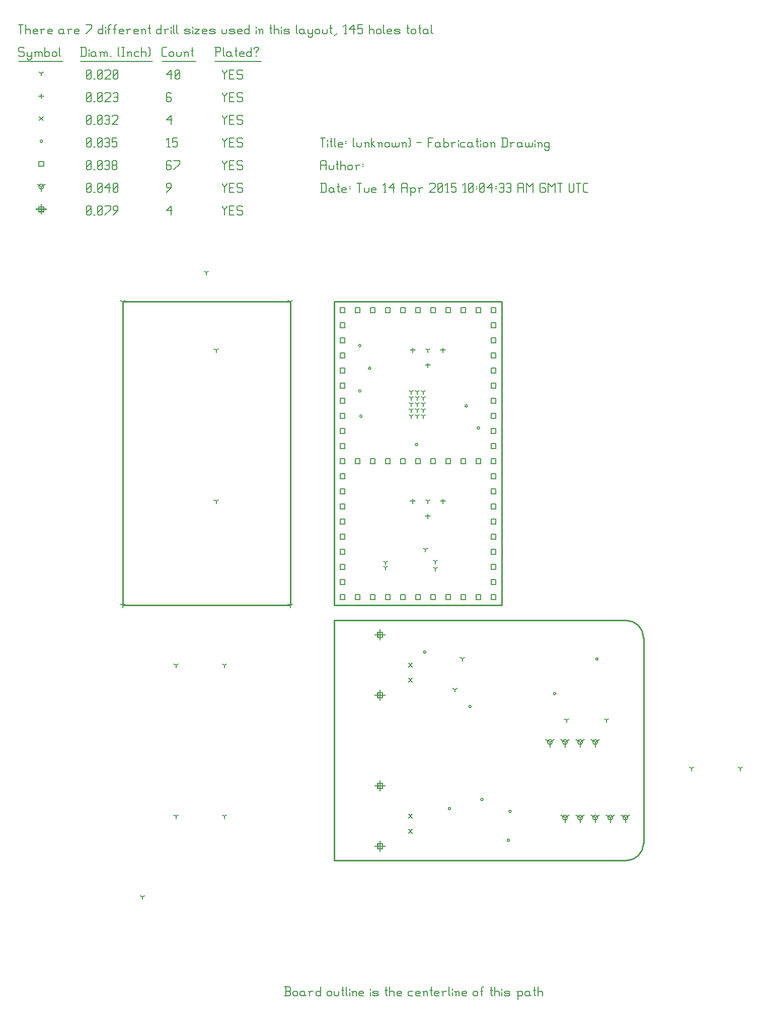
<source format=gbr>
G04 start of page 12 for group -3984 idx -3984 *
G04 Title: (unknown), fab *
G04 Creator: pcb 20140316 *
G04 CreationDate: Tue 14 Apr 2015 10:04:33 AM GMT UTC *
G04 For: fosse *
G04 Format: Gerber/RS-274X *
G04 PCB-Dimensions (mil): 5250.00 5000.00 *
G04 PCB-Coordinate-Origin: lower left *
%MOIN*%
%FSLAX25Y25*%
%LNFAB*%
%ADD96C,0.0100*%
%ADD95C,0.0060*%
%ADD94R,0.0080X0.0080*%
G54D94*X239400Y192700D02*Y186300D01*
X236200Y189500D02*X242600D01*
X237800Y191100D02*X241000D01*
X237800D02*Y187900D01*
X241000D01*
Y191100D02*Y187900D01*
X239400Y232700D02*Y226300D01*
X236200Y229500D02*X242600D01*
X237800Y231100D02*X241000D01*
X237800D02*Y227900D01*
X241000D01*
Y231100D02*Y227900D01*
X239400Y92700D02*Y86300D01*
X236200Y89500D02*X242600D01*
X237800Y91100D02*X241000D01*
X237800D02*Y87900D01*
X241000D01*
Y91100D02*Y87900D01*
X239400Y132700D02*Y126300D01*
X236200Y129500D02*X242600D01*
X237800Y131100D02*X241000D01*
X237800D02*Y127900D01*
X241000D01*
Y131100D02*Y127900D01*
X15000Y514450D02*Y508050D01*
X11800Y511250D02*X18200D01*
X13400Y512850D02*X16600D01*
X13400D02*Y509650D01*
X16600D01*
Y512850D02*Y509650D01*
G54D95*X135000Y513500D02*Y512750D01*
X136500Y511250D01*
X138000Y512750D01*
Y513500D02*Y512750D01*
X136500Y511250D02*Y507500D01*
X139800Y510500D02*X142050D01*
X139800Y507500D02*X142800D01*
X139800Y513500D02*Y507500D01*
Y513500D02*X142800D01*
X147600D02*X148350Y512750D01*
X145350Y513500D02*X147600D01*
X144600Y512750D02*X145350Y513500D01*
X144600Y512750D02*Y511250D01*
X145350Y510500D01*
X147600D01*
X148350Y509750D01*
Y508250D01*
X147600Y507500D02*X148350Y508250D01*
X145350Y507500D02*X147600D01*
X144600Y508250D02*X145350Y507500D01*
X98000Y510500D02*X101000Y513500D01*
X98000Y510500D02*X101750D01*
X101000Y513500D02*Y507500D01*
X45000Y508250D02*X45750Y507500D01*
X45000Y512750D02*Y508250D01*
Y512750D02*X45750Y513500D01*
X47250D01*
X48000Y512750D01*
Y508250D01*
X47250Y507500D02*X48000Y508250D01*
X45750Y507500D02*X47250D01*
X45000Y509000D02*X48000Y512000D01*
X49800Y507500D02*X50550D01*
X52350Y508250D02*X53100Y507500D01*
X52350Y512750D02*Y508250D01*
Y512750D02*X53100Y513500D01*
X54600D01*
X55350Y512750D01*
Y508250D01*
X54600Y507500D02*X55350Y508250D01*
X53100Y507500D02*X54600D01*
X52350Y509000D02*X55350Y512000D01*
X57150Y507500D02*X60900Y511250D01*
Y513500D02*Y511250D01*
X57150Y513500D02*X60900D01*
X62700Y507500D02*X65700Y510500D01*
Y512750D02*Y510500D01*
X64950Y513500D02*X65700Y512750D01*
X63450Y513500D02*X64950D01*
X62700Y512750D02*X63450Y513500D01*
X62700Y512750D02*Y511250D01*
X63450Y510500D01*
X65700D01*
X351900Y158500D02*Y155300D01*
Y158500D02*X354673Y160100D01*
X351900Y158500D02*X349127Y160100D01*
X350300Y158500D02*G75*G03X353500Y158500I1600J0D01*G01*
G75*G03X350300Y158500I-1600J0D01*G01*
X361900D02*Y155300D01*
Y158500D02*X364673Y160100D01*
X361900Y158500D02*X359127Y160100D01*
X360300Y158500D02*G75*G03X363500Y158500I1600J0D01*G01*
G75*G03X360300Y158500I-1600J0D01*G01*
X371900D02*Y155300D01*
Y158500D02*X374673Y160100D01*
X371900Y158500D02*X369127Y160100D01*
X370300Y158500D02*G75*G03X373500Y158500I1600J0D01*G01*
G75*G03X370300Y158500I-1600J0D01*G01*
X381900D02*Y155300D01*
Y158500D02*X384673Y160100D01*
X381900Y158500D02*X379127Y160100D01*
X380300Y158500D02*G75*G03X383500Y158500I1600J0D01*G01*
G75*G03X380300Y158500I-1600J0D01*G01*
X361900Y108500D02*Y105300D01*
Y108500D02*X364673Y110100D01*
X361900Y108500D02*X359127Y110100D01*
X360300Y108500D02*G75*G03X363500Y108500I1600J0D01*G01*
G75*G03X360300Y108500I-1600J0D01*G01*
X371900D02*Y105300D01*
Y108500D02*X374673Y110100D01*
X371900Y108500D02*X369127Y110100D01*
X370300Y108500D02*G75*G03X373500Y108500I1600J0D01*G01*
G75*G03X370300Y108500I-1600J0D01*G01*
X381900D02*Y105300D01*
Y108500D02*X384673Y110100D01*
X381900Y108500D02*X379127Y110100D01*
X380300Y108500D02*G75*G03X383500Y108500I1600J0D01*G01*
G75*G03X380300Y108500I-1600J0D01*G01*
X391900D02*Y105300D01*
Y108500D02*X394673Y110100D01*
X391900Y108500D02*X389127Y110100D01*
X390300Y108500D02*G75*G03X393500Y108500I1600J0D01*G01*
G75*G03X390300Y108500I-1600J0D01*G01*
X401900D02*Y105300D01*
Y108500D02*X404673Y110100D01*
X401900Y108500D02*X399127Y110100D01*
X400300Y108500D02*G75*G03X403500Y108500I1600J0D01*G01*
G75*G03X400300Y108500I-1600J0D01*G01*
X15000Y526250D02*Y523050D01*
Y526250D02*X17773Y527850D01*
X15000Y526250D02*X12227Y527850D01*
X13400Y526250D02*G75*G03X16600Y526250I1600J0D01*G01*
G75*G03X13400Y526250I-1600J0D01*G01*
X135000Y528500D02*Y527750D01*
X136500Y526250D01*
X138000Y527750D01*
Y528500D02*Y527750D01*
X136500Y526250D02*Y522500D01*
X139800Y525500D02*X142050D01*
X139800Y522500D02*X142800D01*
X139800Y528500D02*Y522500D01*
Y528500D02*X142800D01*
X147600D02*X148350Y527750D01*
X145350Y528500D02*X147600D01*
X144600Y527750D02*X145350Y528500D01*
X144600Y527750D02*Y526250D01*
X145350Y525500D01*
X147600D01*
X148350Y524750D01*
Y523250D01*
X147600Y522500D02*X148350Y523250D01*
X145350Y522500D02*X147600D01*
X144600Y523250D02*X145350Y522500D01*
X98000D02*X101000Y525500D01*
Y527750D02*Y525500D01*
X100250Y528500D02*X101000Y527750D01*
X98750Y528500D02*X100250D01*
X98000Y527750D02*X98750Y528500D01*
X98000Y527750D02*Y526250D01*
X98750Y525500D01*
X101000D01*
X45000Y523250D02*X45750Y522500D01*
X45000Y527750D02*Y523250D01*
Y527750D02*X45750Y528500D01*
X47250D01*
X48000Y527750D01*
Y523250D01*
X47250Y522500D02*X48000Y523250D01*
X45750Y522500D02*X47250D01*
X45000Y524000D02*X48000Y527000D01*
X49800Y522500D02*X50550D01*
X52350Y523250D02*X53100Y522500D01*
X52350Y527750D02*Y523250D01*
Y527750D02*X53100Y528500D01*
X54600D01*
X55350Y527750D01*
Y523250D01*
X54600Y522500D02*X55350Y523250D01*
X53100Y522500D02*X54600D01*
X52350Y524000D02*X55350Y527000D01*
X57150Y525500D02*X60150Y528500D01*
X57150Y525500D02*X60900D01*
X60150Y528500D02*Y522500D01*
X62700Y523250D02*X63450Y522500D01*
X62700Y527750D02*Y523250D01*
Y527750D02*X63450Y528500D01*
X64950D01*
X65700Y527750D01*
Y523250D01*
X64950Y522500D02*X65700Y523250D01*
X63450Y522500D02*X64950D01*
X62700Y524000D02*X65700Y527000D01*
X212900Y446100D02*X216100D01*
X212900D02*Y442900D01*
X216100D01*
Y446100D02*Y442900D01*
X212900Y436100D02*X216100D01*
X212900D02*Y432900D01*
X216100D01*
Y436100D02*Y432900D01*
X212900Y426100D02*X216100D01*
X212900D02*Y422900D01*
X216100D01*
Y426100D02*Y422900D01*
X212900Y416100D02*X216100D01*
X212900D02*Y412900D01*
X216100D01*
Y416100D02*Y412900D01*
X212900Y406100D02*X216100D01*
X212900D02*Y402900D01*
X216100D01*
Y406100D02*Y402900D01*
X212900Y396100D02*X216100D01*
X212900D02*Y392900D01*
X216100D01*
Y396100D02*Y392900D01*
X212900Y386100D02*X216100D01*
X212900D02*Y382900D01*
X216100D01*
Y386100D02*Y382900D01*
X212900Y376100D02*X216100D01*
X212900D02*Y372900D01*
X216100D01*
Y376100D02*Y372900D01*
X212900Y366100D02*X216100D01*
X212900D02*Y362900D01*
X216100D01*
Y366100D02*Y362900D01*
X212900Y356100D02*X216100D01*
X212900D02*Y352900D01*
X216100D01*
Y356100D02*Y352900D01*
X212900Y346100D02*X216100D01*
X212900D02*Y342900D01*
X216100D01*
Y346100D02*Y342900D01*
X212900Y336100D02*X216100D01*
X212900D02*Y332900D01*
X216100D01*
Y336100D02*Y332900D01*
X212900Y326100D02*X216100D01*
X212900D02*Y322900D01*
X216100D01*
Y326100D02*Y322900D01*
X212900Y316100D02*X216100D01*
X212900D02*Y312900D01*
X216100D01*
Y316100D02*Y312900D01*
X212900Y306100D02*X216100D01*
X212900D02*Y302900D01*
X216100D01*
Y306100D02*Y302900D01*
X212900Y296100D02*X216100D01*
X212900D02*Y292900D01*
X216100D01*
Y296100D02*Y292900D01*
X212900Y286100D02*X216100D01*
X212900D02*Y282900D01*
X216100D01*
Y286100D02*Y282900D01*
X212900Y276100D02*X216100D01*
X212900D02*Y272900D01*
X216100D01*
Y276100D02*Y272900D01*
X212900Y266100D02*X216100D01*
X212900D02*Y262900D01*
X216100D01*
Y266100D02*Y262900D01*
X212900Y256100D02*X216100D01*
X212900D02*Y252900D01*
X216100D01*
Y256100D02*Y252900D01*
X312900Y446100D02*X316100D01*
X312900D02*Y442900D01*
X316100D01*
Y446100D02*Y442900D01*
X312900Y436100D02*X316100D01*
X312900D02*Y432900D01*
X316100D01*
Y436100D02*Y432900D01*
X312900Y426100D02*X316100D01*
X312900D02*Y422900D01*
X316100D01*
Y426100D02*Y422900D01*
X312900Y416100D02*X316100D01*
X312900D02*Y412900D01*
X316100D01*
Y416100D02*Y412900D01*
X312900Y406100D02*X316100D01*
X312900D02*Y402900D01*
X316100D01*
Y406100D02*Y402900D01*
X312900Y396100D02*X316100D01*
X312900D02*Y392900D01*
X316100D01*
Y396100D02*Y392900D01*
X312900Y386100D02*X316100D01*
X312900D02*Y382900D01*
X316100D01*
Y386100D02*Y382900D01*
X312900Y376100D02*X316100D01*
X312900D02*Y372900D01*
X316100D01*
Y376100D02*Y372900D01*
X312900Y366100D02*X316100D01*
X312900D02*Y362900D01*
X316100D01*
Y366100D02*Y362900D01*
X312900Y356100D02*X316100D01*
X312900D02*Y352900D01*
X316100D01*
Y356100D02*Y352900D01*
X312900Y346100D02*X316100D01*
X312900D02*Y342900D01*
X316100D01*
Y346100D02*Y342900D01*
X312900Y336100D02*X316100D01*
X312900D02*Y332900D01*
X316100D01*
Y336100D02*Y332900D01*
X312900Y326100D02*X316100D01*
X312900D02*Y322900D01*
X316100D01*
Y326100D02*Y322900D01*
X312900Y316100D02*X316100D01*
X312900D02*Y312900D01*
X316100D01*
Y316100D02*Y312900D01*
X312900Y306100D02*X316100D01*
X312900D02*Y302900D01*
X316100D01*
Y306100D02*Y302900D01*
X312900Y296100D02*X316100D01*
X312900D02*Y292900D01*
X316100D01*
Y296100D02*Y292900D01*
X312900Y286100D02*X316100D01*
X312900D02*Y282900D01*
X316100D01*
Y286100D02*Y282900D01*
X312900Y276100D02*X316100D01*
X312900D02*Y272900D01*
X316100D01*
Y276100D02*Y272900D01*
X312900Y266100D02*X316100D01*
X312900D02*Y262900D01*
X316100D01*
Y266100D02*Y262900D01*
X312900Y256100D02*X316100D01*
X312900D02*Y252900D01*
X316100D01*
Y256100D02*Y252900D01*
X222900Y256100D02*X226100D01*
X222900D02*Y252900D01*
X226100D01*
Y256100D02*Y252900D01*
X232900Y256100D02*X236100D01*
X232900D02*Y252900D01*
X236100D01*
Y256100D02*Y252900D01*
X242900Y256100D02*X246100D01*
X242900D02*Y252900D01*
X246100D01*
Y256100D02*Y252900D01*
X252900Y256100D02*X256100D01*
X252900D02*Y252900D01*
X256100D01*
Y256100D02*Y252900D01*
X262900Y256100D02*X266100D01*
X262900D02*Y252900D01*
X266100D01*
Y256100D02*Y252900D01*
X272900Y256100D02*X276100D01*
X272900D02*Y252900D01*
X276100D01*
Y256100D02*Y252900D01*
X282900Y256100D02*X286100D01*
X282900D02*Y252900D01*
X286100D01*
Y256100D02*Y252900D01*
X292900Y256100D02*X296100D01*
X292900D02*Y252900D01*
X296100D01*
Y256100D02*Y252900D01*
X302900Y256100D02*X306100D01*
X302900D02*Y252900D01*
X306100D01*
Y256100D02*Y252900D01*
X222900Y346100D02*X226100D01*
X222900D02*Y342900D01*
X226100D01*
Y346100D02*Y342900D01*
X232900Y346100D02*X236100D01*
X232900D02*Y342900D01*
X236100D01*
Y346100D02*Y342900D01*
X242900Y346100D02*X246100D01*
X242900D02*Y342900D01*
X246100D01*
Y346100D02*Y342900D01*
X252900Y346100D02*X256100D01*
X252900D02*Y342900D01*
X256100D01*
Y346100D02*Y342900D01*
X262900Y346100D02*X266100D01*
X262900D02*Y342900D01*
X266100D01*
Y346100D02*Y342900D01*
X272900Y346100D02*X276100D01*
X272900D02*Y342900D01*
X276100D01*
Y346100D02*Y342900D01*
X282900Y346100D02*X286100D01*
X282900D02*Y342900D01*
X286100D01*
Y346100D02*Y342900D01*
X292900Y346100D02*X296100D01*
X292900D02*Y342900D01*
X296100D01*
Y346100D02*Y342900D01*
X302900Y346100D02*X306100D01*
X302900D02*Y342900D01*
X306100D01*
Y346100D02*Y342900D01*
X222900Y446100D02*X226100D01*
X222900D02*Y442900D01*
X226100D01*
Y446100D02*Y442900D01*
X232900Y446100D02*X236100D01*
X232900D02*Y442900D01*
X236100D01*
Y446100D02*Y442900D01*
X242900Y446100D02*X246100D01*
X242900D02*Y442900D01*
X246100D01*
Y446100D02*Y442900D01*
X252900Y446100D02*X256100D01*
X252900D02*Y442900D01*
X256100D01*
Y446100D02*Y442900D01*
X262900Y446100D02*X266100D01*
X262900D02*Y442900D01*
X266100D01*
Y446100D02*Y442900D01*
X272900Y446100D02*X276100D01*
X272900D02*Y442900D01*
X276100D01*
Y446100D02*Y442900D01*
X282900Y446100D02*X286100D01*
X282900D02*Y442900D01*
X286100D01*
Y446100D02*Y442900D01*
X292900Y446100D02*X296100D01*
X292900D02*Y442900D01*
X296100D01*
Y446100D02*Y442900D01*
X302900Y446100D02*X306100D01*
X302900D02*Y442900D01*
X306100D01*
Y446100D02*Y442900D01*
X13400Y542850D02*X16600D01*
X13400D02*Y539650D01*
X16600D01*
Y542850D02*Y539650D01*
X135000Y543500D02*Y542750D01*
X136500Y541250D01*
X138000Y542750D01*
Y543500D02*Y542750D01*
X136500Y541250D02*Y537500D01*
X139800Y540500D02*X142050D01*
X139800Y537500D02*X142800D01*
X139800Y543500D02*Y537500D01*
Y543500D02*X142800D01*
X147600D02*X148350Y542750D01*
X145350Y543500D02*X147600D01*
X144600Y542750D02*X145350Y543500D01*
X144600Y542750D02*Y541250D01*
X145350Y540500D01*
X147600D01*
X148350Y539750D01*
Y538250D01*
X147600Y537500D02*X148350Y538250D01*
X145350Y537500D02*X147600D01*
X144600Y538250D02*X145350Y537500D01*
X100250Y543500D02*X101000Y542750D01*
X98750Y543500D02*X100250D01*
X98000Y542750D02*X98750Y543500D01*
X98000Y542750D02*Y538250D01*
X98750Y537500D01*
X100250Y540500D02*X101000Y539750D01*
X98000Y540500D02*X100250D01*
X98750Y537500D02*X100250D01*
X101000Y538250D01*
Y539750D02*Y538250D01*
X102800Y537500D02*X106550Y541250D01*
Y543500D02*Y541250D01*
X102800Y543500D02*X106550D01*
X45000Y538250D02*X45750Y537500D01*
X45000Y542750D02*Y538250D01*
Y542750D02*X45750Y543500D01*
X47250D01*
X48000Y542750D01*
Y538250D01*
X47250Y537500D02*X48000Y538250D01*
X45750Y537500D02*X47250D01*
X45000Y539000D02*X48000Y542000D01*
X49800Y537500D02*X50550D01*
X52350Y538250D02*X53100Y537500D01*
X52350Y542750D02*Y538250D01*
Y542750D02*X53100Y543500D01*
X54600D01*
X55350Y542750D01*
Y538250D01*
X54600Y537500D02*X55350Y538250D01*
X53100Y537500D02*X54600D01*
X52350Y539000D02*X55350Y542000D01*
X57150Y542750D02*X57900Y543500D01*
X59400D01*
X60150Y542750D01*
Y538250D01*
X59400Y537500D02*X60150Y538250D01*
X57900Y537500D02*X59400D01*
X57150Y538250D02*X57900Y537500D01*
Y540500D02*X60150D01*
X61950Y538250D02*X62700Y537500D01*
X61950Y539750D02*Y538250D01*
Y539750D02*X62700Y540500D01*
X64200D01*
X64950Y539750D01*
Y538250D01*
X64200Y537500D02*X64950Y538250D01*
X62700Y537500D02*X64200D01*
X61950Y541250D02*X62700Y540500D01*
X61950Y542750D02*Y541250D01*
Y542750D02*X62700Y543500D01*
X64200D01*
X64950Y542750D01*
Y541250D01*
X64200Y540500D02*X64950Y541250D01*
X225200Y391000D02*G75*G03X226800Y391000I800J0D01*G01*
G75*G03X225200Y391000I-800J0D01*G01*
Y421000D02*G75*G03X226800Y421000I800J0D01*G01*
G75*G03X225200Y421000I-800J0D01*G01*
X262700Y355500D02*G75*G03X264300Y355500I800J0D01*G01*
G75*G03X262700Y355500I-800J0D01*G01*
X225950Y374250D02*G75*G03X227550Y374250I800J0D01*G01*
G75*G03X225950Y374250I-800J0D01*G01*
X303700Y366500D02*G75*G03X305300Y366500I800J0D01*G01*
G75*G03X303700Y366500I-800J0D01*G01*
X231700Y406000D02*G75*G03X233300Y406000I800J0D01*G01*
G75*G03X231700Y406000I-800J0D01*G01*
X295700Y381000D02*G75*G03X297300Y381000I800J0D01*G01*
G75*G03X295700Y381000I-800J0D01*G01*
X354183Y190583D02*G75*G03X355783Y190583I800J0D01*G01*
G75*G03X354183Y190583I-800J0D01*G01*
X382183Y213417D02*G75*G03X383783Y213417I800J0D01*G01*
G75*G03X382183Y213417I-800J0D01*G01*
X268100Y218000D02*G75*G03X269700Y218000I800J0D01*G01*
G75*G03X268100Y218000I-800J0D01*G01*
X298100Y182000D02*G75*G03X299700Y182000I800J0D01*G01*
G75*G03X298100Y182000I-800J0D01*G01*
X323600Y93500D02*G75*G03X325200Y93500I800J0D01*G01*
G75*G03X323600Y93500I-800J0D01*G01*
X324695Y112595D02*G75*G03X326295Y112595I800J0D01*G01*
G75*G03X324695Y112595I-800J0D01*G01*
X284600Y114500D02*G75*G03X286200Y114500I800J0D01*G01*
G75*G03X284600Y114500I-800J0D01*G01*
X306100Y120500D02*G75*G03X307700Y120500I800J0D01*G01*
G75*G03X306100Y120500I-800J0D01*G01*
X14200Y556250D02*G75*G03X15800Y556250I800J0D01*G01*
G75*G03X14200Y556250I-800J0D01*G01*
X135000Y558500D02*Y557750D01*
X136500Y556250D01*
X138000Y557750D01*
Y558500D02*Y557750D01*
X136500Y556250D02*Y552500D01*
X139800Y555500D02*X142050D01*
X139800Y552500D02*X142800D01*
X139800Y558500D02*Y552500D01*
Y558500D02*X142800D01*
X147600D02*X148350Y557750D01*
X145350Y558500D02*X147600D01*
X144600Y557750D02*X145350Y558500D01*
X144600Y557750D02*Y556250D01*
X145350Y555500D01*
X147600D01*
X148350Y554750D01*
Y553250D01*
X147600Y552500D02*X148350Y553250D01*
X145350Y552500D02*X147600D01*
X144600Y553250D02*X145350Y552500D01*
X98750D02*X100250D01*
X99500Y558500D02*Y552500D01*
X98000Y557000D02*X99500Y558500D01*
X102050D02*X105050D01*
X102050D02*Y555500D01*
X102800Y556250D01*
X104300D01*
X105050Y555500D01*
Y553250D01*
X104300Y552500D02*X105050Y553250D01*
X102800Y552500D02*X104300D01*
X102050Y553250D02*X102800Y552500D01*
X45000Y553250D02*X45750Y552500D01*
X45000Y557750D02*Y553250D01*
Y557750D02*X45750Y558500D01*
X47250D01*
X48000Y557750D01*
Y553250D01*
X47250Y552500D02*X48000Y553250D01*
X45750Y552500D02*X47250D01*
X45000Y554000D02*X48000Y557000D01*
X49800Y552500D02*X50550D01*
X52350Y553250D02*X53100Y552500D01*
X52350Y557750D02*Y553250D01*
Y557750D02*X53100Y558500D01*
X54600D01*
X55350Y557750D01*
Y553250D01*
X54600Y552500D02*X55350Y553250D01*
X53100Y552500D02*X54600D01*
X52350Y554000D02*X55350Y557000D01*
X57150Y557750D02*X57900Y558500D01*
X59400D01*
X60150Y557750D01*
Y553250D01*
X59400Y552500D02*X60150Y553250D01*
X57900Y552500D02*X59400D01*
X57150Y553250D02*X57900Y552500D01*
Y555500D02*X60150D01*
X61950Y558500D02*X64950D01*
X61950D02*Y555500D01*
X62700Y556250D01*
X64200D01*
X64950Y555500D01*
Y553250D01*
X64200Y552500D02*X64950Y553250D01*
X62700Y552500D02*X64200D01*
X61950Y553250D02*X62700Y552500D01*
X258200Y200700D02*X260600Y198300D01*
X258200D02*X260600Y200700D01*
X258200Y210700D02*X260600Y208300D01*
X258200D02*X260600Y210700D01*
X258200Y100700D02*X260600Y98300D01*
X258200D02*X260600Y100700D01*
X258200Y110700D02*X260600Y108300D01*
X258200D02*X260600Y110700D01*
X13800Y572450D02*X16200Y570050D01*
X13800D02*X16200Y572450D01*
X135000Y573500D02*Y572750D01*
X136500Y571250D01*
X138000Y572750D01*
Y573500D02*Y572750D01*
X136500Y571250D02*Y567500D01*
X139800Y570500D02*X142050D01*
X139800Y567500D02*X142800D01*
X139800Y573500D02*Y567500D01*
Y573500D02*X142800D01*
X147600D02*X148350Y572750D01*
X145350Y573500D02*X147600D01*
X144600Y572750D02*X145350Y573500D01*
X144600Y572750D02*Y571250D01*
X145350Y570500D01*
X147600D01*
X148350Y569750D01*
Y568250D01*
X147600Y567500D02*X148350Y568250D01*
X145350Y567500D02*X147600D01*
X144600Y568250D02*X145350Y567500D01*
X98000Y570500D02*X101000Y573500D01*
X98000Y570500D02*X101750D01*
X101000Y573500D02*Y567500D01*
X45000Y568250D02*X45750Y567500D01*
X45000Y572750D02*Y568250D01*
Y572750D02*X45750Y573500D01*
X47250D01*
X48000Y572750D01*
Y568250D01*
X47250Y567500D02*X48000Y568250D01*
X45750Y567500D02*X47250D01*
X45000Y569000D02*X48000Y572000D01*
X49800Y567500D02*X50550D01*
X52350Y568250D02*X53100Y567500D01*
X52350Y572750D02*Y568250D01*
Y572750D02*X53100Y573500D01*
X54600D01*
X55350Y572750D01*
Y568250D01*
X54600Y567500D02*X55350Y568250D01*
X53100Y567500D02*X54600D01*
X52350Y569000D02*X55350Y572000D01*
X57150Y572750D02*X57900Y573500D01*
X59400D01*
X60150Y572750D01*
Y568250D01*
X59400Y567500D02*X60150Y568250D01*
X57900Y567500D02*X59400D01*
X57150Y568250D02*X57900Y567500D01*
Y570500D02*X60150D01*
X61950Y572750D02*X62700Y573500D01*
X64950D01*
X65700Y572750D01*
Y571250D01*
X61950Y567500D02*X65700Y571250D01*
X61950Y567500D02*X65700D01*
X261000Y319600D02*Y316400D01*
X259400Y318000D02*X262600D01*
X281000Y319600D02*Y316400D01*
X279400Y318000D02*X282600D01*
X271000Y309600D02*Y306400D01*
X269400Y308000D02*X272600D01*
X261000Y419600D02*Y416400D01*
X259400Y418000D02*X262600D01*
X281000Y419600D02*Y416400D01*
X279400Y418000D02*X282600D01*
X271000Y409600D02*Y406400D01*
X269400Y408000D02*X272600D01*
X15000Y587850D02*Y584650D01*
X13400Y586250D02*X16600D01*
X135000Y588500D02*Y587750D01*
X136500Y586250D01*
X138000Y587750D01*
Y588500D02*Y587750D01*
X136500Y586250D02*Y582500D01*
X139800Y585500D02*X142050D01*
X139800Y582500D02*X142800D01*
X139800Y588500D02*Y582500D01*
Y588500D02*X142800D01*
X147600D02*X148350Y587750D01*
X145350Y588500D02*X147600D01*
X144600Y587750D02*X145350Y588500D01*
X144600Y587750D02*Y586250D01*
X145350Y585500D01*
X147600D01*
X148350Y584750D01*
Y583250D01*
X147600Y582500D02*X148350Y583250D01*
X145350Y582500D02*X147600D01*
X144600Y583250D02*X145350Y582500D01*
X100250Y588500D02*X101000Y587750D01*
X98750Y588500D02*X100250D01*
X98000Y587750D02*X98750Y588500D01*
X98000Y587750D02*Y583250D01*
X98750Y582500D01*
X100250Y585500D02*X101000Y584750D01*
X98000Y585500D02*X100250D01*
X98750Y582500D02*X100250D01*
X101000Y583250D01*
Y584750D02*Y583250D01*
X45000D02*X45750Y582500D01*
X45000Y587750D02*Y583250D01*
Y587750D02*X45750Y588500D01*
X47250D01*
X48000Y587750D01*
Y583250D01*
X47250Y582500D02*X48000Y583250D01*
X45750Y582500D02*X47250D01*
X45000Y584000D02*X48000Y587000D01*
X49800Y582500D02*X50550D01*
X52350Y583250D02*X53100Y582500D01*
X52350Y587750D02*Y583250D01*
Y587750D02*X53100Y588500D01*
X54600D01*
X55350Y587750D01*
Y583250D01*
X54600Y582500D02*X55350Y583250D01*
X53100Y582500D02*X54600D01*
X52350Y584000D02*X55350Y587000D01*
X57150Y587750D02*X57900Y588500D01*
X60150D01*
X60900Y587750D01*
Y586250D01*
X57150Y582500D02*X60900Y586250D01*
X57150Y582500D02*X60900D01*
X62700Y587750D02*X63450Y588500D01*
X64950D01*
X65700Y587750D01*
Y583250D01*
X64950Y582500D02*X65700Y583250D01*
X63450Y582500D02*X64950D01*
X62700Y583250D02*X63450Y582500D01*
Y585500D02*X65700D01*
X268000Y390500D02*Y388900D01*
Y390500D02*X269387Y391300D01*
X268000Y390500D02*X266613Y391300D01*
X264000Y390500D02*Y388900D01*
Y390500D02*X265387Y391300D01*
X264000Y390500D02*X262613Y391300D01*
X260000Y390500D02*Y388900D01*
Y390500D02*X261387Y391300D01*
X260000Y390500D02*X258613Y391300D01*
X260000Y386500D02*Y384900D01*
Y386500D02*X261387Y387300D01*
X260000Y386500D02*X258613Y387300D01*
X264000Y386500D02*Y384900D01*
Y386500D02*X265387Y387300D01*
X264000Y386500D02*X262613Y387300D01*
X268000Y386500D02*Y384900D01*
Y386500D02*X269387Y387300D01*
X268000Y386500D02*X266613Y387300D01*
X268000Y382500D02*Y380900D01*
Y382500D02*X269387Y383300D01*
X268000Y382500D02*X266613Y383300D01*
X264000Y382500D02*Y380900D01*
Y382500D02*X265387Y383300D01*
X264000Y382500D02*X262613Y383300D01*
X260000Y382500D02*Y380900D01*
Y382500D02*X261387Y383300D01*
X260000Y382500D02*X258613Y383300D01*
X260000Y378500D02*Y376900D01*
Y378500D02*X261387Y379300D01*
X260000Y378500D02*X258613Y379300D01*
X264000Y378500D02*Y376900D01*
Y378500D02*X265387Y379300D01*
X264000Y378500D02*X262613Y379300D01*
X268000Y378500D02*Y376900D01*
Y378500D02*X269387Y379300D01*
X268000Y378500D02*X266613Y379300D01*
X268000Y374500D02*Y372900D01*
Y374500D02*X269387Y375300D01*
X268000Y374500D02*X266613Y375300D01*
X264000Y374500D02*Y372900D01*
Y374500D02*X265387Y375300D01*
X264000Y374500D02*X262613Y375300D01*
X260000Y374500D02*Y372900D01*
Y374500D02*X261387Y375300D01*
X260000Y374500D02*X258613Y375300D01*
X276000Y278000D02*Y276400D01*
Y278000D02*X277387Y278800D01*
X276000Y278000D02*X274613Y278800D01*
X243000Y274000D02*Y272400D01*
Y274000D02*X244387Y274800D01*
X243000Y274000D02*X241613Y274800D01*
X243000Y277500D02*Y275900D01*
Y277500D02*X244387Y278300D01*
X243000Y277500D02*X241613Y278300D01*
X276000Y273500D02*Y271900D01*
Y273500D02*X277387Y274300D01*
X276000Y273500D02*X274613Y274300D01*
X269500Y286000D02*Y284400D01*
Y286000D02*X270887Y286800D01*
X269500Y286000D02*X268113Y286800D01*
X362900Y173000D02*Y171400D01*
Y173000D02*X364287Y173800D01*
X362900Y173000D02*X361513Y173800D01*
X389400Y173000D02*Y171400D01*
Y173000D02*X390787Y173800D01*
X389400Y173000D02*X388013Y173800D01*
X288900Y193250D02*Y191650D01*
Y193250D02*X290287Y194050D01*
X288900Y193250D02*X287513Y194050D01*
X293900Y213750D02*Y212150D01*
Y213750D02*X295287Y214550D01*
X293900Y213750D02*X292513Y214550D01*
X104200Y209500D02*Y207900D01*
Y209500D02*X105587Y210300D01*
X104200Y209500D02*X102813Y210300D01*
X136405Y209500D02*Y207900D01*
Y209500D02*X137791Y210300D01*
X136405Y209500D02*X135018Y210300D01*
X104200Y109500D02*Y107900D01*
Y109500D02*X105587Y110300D01*
X104200Y109500D02*X102813Y110300D01*
X136405Y109500D02*Y107900D01*
Y109500D02*X137791Y110300D01*
X136405Y109500D02*X135018Y110300D01*
X445795Y141000D02*Y139400D01*
Y141000D02*X447182Y141800D01*
X445795Y141000D02*X444409Y141800D01*
X478000Y141000D02*Y139400D01*
Y141000D02*X479387Y141800D01*
X478000Y141000D02*X476613Y141800D01*
X271000Y418000D02*Y416400D01*
Y418000D02*X272387Y418800D01*
X271000Y418000D02*X269613Y418800D01*
X271000Y318000D02*Y316400D01*
Y318000D02*X272387Y318800D01*
X271000Y318000D02*X269613Y318800D01*
X124400Y469400D02*Y467800D01*
Y469400D02*X125787Y470200D01*
X124400Y469400D02*X123013Y470200D01*
X130900Y318000D02*Y316400D01*
Y318000D02*X132287Y318800D01*
X130900Y318000D02*X129513Y318800D01*
X130900Y418000D02*Y416400D01*
Y418000D02*X132287Y418800D01*
X130900Y418000D02*X129513Y418800D01*
X68900Y450000D02*Y448400D01*
Y450000D02*X70287Y450800D01*
X68900Y450000D02*X67513Y450800D01*
X68900Y249000D02*Y247400D01*
Y249000D02*X70287Y249800D01*
X68900Y249000D02*X67513Y249800D01*
X179900Y249000D02*Y247400D01*
Y249000D02*X181287Y249800D01*
X179900Y249000D02*X178513Y249800D01*
X179900Y450000D02*Y448400D01*
Y450000D02*X181287Y450800D01*
X179900Y450000D02*X178513Y450800D01*
X82090Y55940D02*Y54340D01*
Y55940D02*X83477Y56740D01*
X82090Y55940D02*X80703Y56740D01*
X15000Y601250D02*Y599650D01*
Y601250D02*X16387Y602050D01*
X15000Y601250D02*X13613Y602050D01*
X135000Y603500D02*Y602750D01*
X136500Y601250D01*
X138000Y602750D01*
Y603500D02*Y602750D01*
X136500Y601250D02*Y597500D01*
X139800Y600500D02*X142050D01*
X139800Y597500D02*X142800D01*
X139800Y603500D02*Y597500D01*
Y603500D02*X142800D01*
X147600D02*X148350Y602750D01*
X145350Y603500D02*X147600D01*
X144600Y602750D02*X145350Y603500D01*
X144600Y602750D02*Y601250D01*
X145350Y600500D01*
X147600D01*
X148350Y599750D01*
Y598250D01*
X147600Y597500D02*X148350Y598250D01*
X145350Y597500D02*X147600D01*
X144600Y598250D02*X145350Y597500D01*
X98000Y600500D02*X101000Y603500D01*
X98000Y600500D02*X101750D01*
X101000Y603500D02*Y597500D01*
X103550Y598250D02*X104300Y597500D01*
X103550Y602750D02*Y598250D01*
Y602750D02*X104300Y603500D01*
X105800D01*
X106550Y602750D01*
Y598250D01*
X105800Y597500D02*X106550Y598250D01*
X104300Y597500D02*X105800D01*
X103550Y599000D02*X106550Y602000D01*
X45000Y598250D02*X45750Y597500D01*
X45000Y602750D02*Y598250D01*
Y602750D02*X45750Y603500D01*
X47250D01*
X48000Y602750D01*
Y598250D01*
X47250Y597500D02*X48000Y598250D01*
X45750Y597500D02*X47250D01*
X45000Y599000D02*X48000Y602000D01*
X49800Y597500D02*X50550D01*
X52350Y598250D02*X53100Y597500D01*
X52350Y602750D02*Y598250D01*
Y602750D02*X53100Y603500D01*
X54600D01*
X55350Y602750D01*
Y598250D01*
X54600Y597500D02*X55350Y598250D01*
X53100Y597500D02*X54600D01*
X52350Y599000D02*X55350Y602000D01*
X57150Y602750D02*X57900Y603500D01*
X60150D01*
X60900Y602750D01*
Y601250D01*
X57150Y597500D02*X60900Y601250D01*
X57150Y597500D02*X60900D01*
X62700Y598250D02*X63450Y597500D01*
X62700Y602750D02*Y598250D01*
Y602750D02*X63450Y603500D01*
X64950D01*
X65700Y602750D01*
Y598250D01*
X64950Y597500D02*X65700Y598250D01*
X63450Y597500D02*X64950D01*
X62700Y599000D02*X65700Y602000D01*
X3000Y618500D02*X3750Y617750D01*
X750Y618500D02*X3000D01*
X0Y617750D02*X750Y618500D01*
X0Y617750D02*Y616250D01*
X750Y615500D01*
X3000D01*
X3750Y614750D01*
Y613250D01*
X3000Y612500D02*X3750Y613250D01*
X750Y612500D02*X3000D01*
X0Y613250D02*X750Y612500D01*
X5550Y615500D02*Y613250D01*
X6300Y612500D01*
X8550Y615500D02*Y611000D01*
X7800Y610250D02*X8550Y611000D01*
X6300Y610250D02*X7800D01*
X5550Y611000D02*X6300Y610250D01*
Y612500D02*X7800D01*
X8550Y613250D01*
X11100Y614750D02*Y612500D01*
Y614750D02*X11850Y615500D01*
X12600D01*
X13350Y614750D01*
Y612500D01*
Y614750D02*X14100Y615500D01*
X14850D01*
X15600Y614750D01*
Y612500D01*
X10350Y615500D02*X11100Y614750D01*
X17400Y618500D02*Y612500D01*
Y613250D02*X18150Y612500D01*
X19650D01*
X20400Y613250D01*
Y614750D02*Y613250D01*
X19650Y615500D02*X20400Y614750D01*
X18150Y615500D02*X19650D01*
X17400Y614750D02*X18150Y615500D01*
X22200Y614750D02*Y613250D01*
Y614750D02*X22950Y615500D01*
X24450D01*
X25200Y614750D01*
Y613250D01*
X24450Y612500D02*X25200Y613250D01*
X22950Y612500D02*X24450D01*
X22200Y613250D02*X22950Y612500D01*
X27000Y618500D02*Y613250D01*
X27750Y612500D01*
X0Y609250D02*X29250D01*
X41750Y618500D02*Y612500D01*
X44000Y618500D02*X44750Y617750D01*
Y613250D01*
X44000Y612500D02*X44750Y613250D01*
X41000Y612500D02*X44000D01*
X41000Y618500D02*X44000D01*
X46550Y617000D02*Y616250D01*
Y614750D02*Y612500D01*
X50300Y615500D02*X51050Y614750D01*
X48800Y615500D02*X50300D01*
X48050Y614750D02*X48800Y615500D01*
X48050Y614750D02*Y613250D01*
X48800Y612500D01*
X51050Y615500D02*Y613250D01*
X51800Y612500D01*
X48800D02*X50300D01*
X51050Y613250D01*
X54350Y614750D02*Y612500D01*
Y614750D02*X55100Y615500D01*
X55850D01*
X56600Y614750D01*
Y612500D01*
Y614750D02*X57350Y615500D01*
X58100D01*
X58850Y614750D01*
Y612500D01*
X53600Y615500D02*X54350Y614750D01*
X60650Y612500D02*X61400D01*
X65900Y613250D02*X66650Y612500D01*
X65900Y617750D02*X66650Y618500D01*
X65900Y617750D02*Y613250D01*
X68450Y618500D02*X69950D01*
X69200D02*Y612500D01*
X68450D02*X69950D01*
X72500Y614750D02*Y612500D01*
Y614750D02*X73250Y615500D01*
X74000D01*
X74750Y614750D01*
Y612500D01*
X71750Y615500D02*X72500Y614750D01*
X77300Y615500D02*X79550D01*
X76550Y614750D02*X77300Y615500D01*
X76550Y614750D02*Y613250D01*
X77300Y612500D01*
X79550D01*
X81350Y618500D02*Y612500D01*
Y614750D02*X82100Y615500D01*
X83600D01*
X84350Y614750D01*
Y612500D01*
X86150Y618500D02*X86900Y617750D01*
Y613250D01*
X86150Y612500D02*X86900Y613250D01*
X41000Y609250D02*X88700D01*
X95750Y612500D02*X98000D01*
X95000Y613250D02*X95750Y612500D01*
X95000Y617750D02*Y613250D01*
Y617750D02*X95750Y618500D01*
X98000D01*
X99800Y614750D02*Y613250D01*
Y614750D02*X100550Y615500D01*
X102050D01*
X102800Y614750D01*
Y613250D01*
X102050Y612500D02*X102800Y613250D01*
X100550Y612500D02*X102050D01*
X99800Y613250D02*X100550Y612500D01*
X104600Y615500D02*Y613250D01*
X105350Y612500D01*
X106850D01*
X107600Y613250D01*
Y615500D02*Y613250D01*
X110150Y614750D02*Y612500D01*
Y614750D02*X110900Y615500D01*
X111650D01*
X112400Y614750D01*
Y612500D01*
X109400Y615500D02*X110150Y614750D01*
X114950Y618500D02*Y613250D01*
X115700Y612500D01*
X114200Y616250D02*X115700D01*
X95000Y609250D02*X117200D01*
X130750Y618500D02*Y612500D01*
X130000Y618500D02*X133000D01*
X133750Y617750D01*
Y616250D01*
X133000Y615500D02*X133750Y616250D01*
X130750Y615500D02*X133000D01*
X135550Y618500D02*Y613250D01*
X136300Y612500D01*
X140050Y615500D02*X140800Y614750D01*
X138550Y615500D02*X140050D01*
X137800Y614750D02*X138550Y615500D01*
X137800Y614750D02*Y613250D01*
X138550Y612500D01*
X140800Y615500D02*Y613250D01*
X141550Y612500D01*
X138550D02*X140050D01*
X140800Y613250D01*
X144100Y618500D02*Y613250D01*
X144850Y612500D01*
X143350Y616250D02*X144850D01*
X147100Y612500D02*X149350D01*
X146350Y613250D02*X147100Y612500D01*
X146350Y614750D02*Y613250D01*
Y614750D02*X147100Y615500D01*
X148600D01*
X149350Y614750D01*
X146350Y614000D02*X149350D01*
Y614750D02*Y614000D01*
X154150Y618500D02*Y612500D01*
X153400D02*X154150Y613250D01*
X151900Y612500D02*X153400D01*
X151150Y613250D02*X151900Y612500D01*
X151150Y614750D02*Y613250D01*
Y614750D02*X151900Y615500D01*
X153400D01*
X154150Y614750D01*
X157450Y615500D02*Y614750D01*
Y613250D02*Y612500D01*
X155950Y617750D02*Y617000D01*
Y617750D02*X156700Y618500D01*
X158200D01*
X158950Y617750D01*
Y617000D01*
X157450Y615500D02*X158950Y617000D01*
X130000Y609250D02*X160750D01*
X0Y633500D02*X3000D01*
X1500D02*Y627500D01*
X4800Y633500D02*Y627500D01*
Y629750D02*X5550Y630500D01*
X7050D01*
X7800Y629750D01*
Y627500D01*
X10350D02*X12600D01*
X9600Y628250D02*X10350Y627500D01*
X9600Y629750D02*Y628250D01*
Y629750D02*X10350Y630500D01*
X11850D01*
X12600Y629750D01*
X9600Y629000D02*X12600D01*
Y629750D02*Y629000D01*
X15150Y629750D02*Y627500D01*
Y629750D02*X15900Y630500D01*
X17400D01*
X14400D02*X15150Y629750D01*
X19950Y627500D02*X22200D01*
X19200Y628250D02*X19950Y627500D01*
X19200Y629750D02*Y628250D01*
Y629750D02*X19950Y630500D01*
X21450D01*
X22200Y629750D01*
X19200Y629000D02*X22200D01*
Y629750D02*Y629000D01*
X28950Y630500D02*X29700Y629750D01*
X27450Y630500D02*X28950D01*
X26700Y629750D02*X27450Y630500D01*
X26700Y629750D02*Y628250D01*
X27450Y627500D01*
X29700Y630500D02*Y628250D01*
X30450Y627500D01*
X27450D02*X28950D01*
X29700Y628250D01*
X33000Y629750D02*Y627500D01*
Y629750D02*X33750Y630500D01*
X35250D01*
X32250D02*X33000Y629750D01*
X37800Y627500D02*X40050D01*
X37050Y628250D02*X37800Y627500D01*
X37050Y629750D02*Y628250D01*
Y629750D02*X37800Y630500D01*
X39300D01*
X40050Y629750D01*
X37050Y629000D02*X40050D01*
Y629750D02*Y629000D01*
X44550Y627500D02*X48300Y631250D01*
Y633500D02*Y631250D01*
X44550Y633500D02*X48300D01*
X55800D02*Y627500D01*
X55050D02*X55800Y628250D01*
X53550Y627500D02*X55050D01*
X52800Y628250D02*X53550Y627500D01*
X52800Y629750D02*Y628250D01*
Y629750D02*X53550Y630500D01*
X55050D01*
X55800Y629750D01*
X57600Y632000D02*Y631250D01*
Y629750D02*Y627500D01*
X59850Y632750D02*Y627500D01*
Y632750D02*X60600Y633500D01*
X61350D01*
X59100Y630500D02*X60600D01*
X63600Y632750D02*Y627500D01*
Y632750D02*X64350Y633500D01*
X65100D01*
X62850Y630500D02*X64350D01*
X67350Y627500D02*X69600D01*
X66600Y628250D02*X67350Y627500D01*
X66600Y629750D02*Y628250D01*
Y629750D02*X67350Y630500D01*
X68850D01*
X69600Y629750D01*
X66600Y629000D02*X69600D01*
Y629750D02*Y629000D01*
X72150Y629750D02*Y627500D01*
Y629750D02*X72900Y630500D01*
X74400D01*
X71400D02*X72150Y629750D01*
X76950Y627500D02*X79200D01*
X76200Y628250D02*X76950Y627500D01*
X76200Y629750D02*Y628250D01*
Y629750D02*X76950Y630500D01*
X78450D01*
X79200Y629750D01*
X76200Y629000D02*X79200D01*
Y629750D02*Y629000D01*
X81750Y629750D02*Y627500D01*
Y629750D02*X82500Y630500D01*
X83250D01*
X84000Y629750D01*
Y627500D01*
X81000Y630500D02*X81750Y629750D01*
X86550Y633500D02*Y628250D01*
X87300Y627500D01*
X85800Y631250D02*X87300D01*
X94500Y633500D02*Y627500D01*
X93750D02*X94500Y628250D01*
X92250Y627500D02*X93750D01*
X91500Y628250D02*X92250Y627500D01*
X91500Y629750D02*Y628250D01*
Y629750D02*X92250Y630500D01*
X93750D01*
X94500Y629750D01*
X97050D02*Y627500D01*
Y629750D02*X97800Y630500D01*
X99300D01*
X96300D02*X97050Y629750D01*
X101100Y632000D02*Y631250D01*
Y629750D02*Y627500D01*
X102600Y633500D02*Y628250D01*
X103350Y627500D01*
X104850Y633500D02*Y628250D01*
X105600Y627500D01*
X110550D02*X112800D01*
X113550Y628250D01*
X112800Y629000D02*X113550Y628250D01*
X110550Y629000D02*X112800D01*
X109800Y629750D02*X110550Y629000D01*
X109800Y629750D02*X110550Y630500D01*
X112800D01*
X113550Y629750D01*
X109800Y628250D02*X110550Y627500D01*
X115350Y632000D02*Y631250D01*
Y629750D02*Y627500D01*
X116850Y630500D02*X119850D01*
X116850Y627500D02*X119850Y630500D01*
X116850Y627500D02*X119850D01*
X122400D02*X124650D01*
X121650Y628250D02*X122400Y627500D01*
X121650Y629750D02*Y628250D01*
Y629750D02*X122400Y630500D01*
X123900D01*
X124650Y629750D01*
X121650Y629000D02*X124650D01*
Y629750D02*Y629000D01*
X127200Y627500D02*X129450D01*
X130200Y628250D01*
X129450Y629000D02*X130200Y628250D01*
X127200Y629000D02*X129450D01*
X126450Y629750D02*X127200Y629000D01*
X126450Y629750D02*X127200Y630500D01*
X129450D01*
X130200Y629750D01*
X126450Y628250D02*X127200Y627500D01*
X134700Y630500D02*Y628250D01*
X135450Y627500D01*
X136950D01*
X137700Y628250D01*
Y630500D02*Y628250D01*
X140250Y627500D02*X142500D01*
X143250Y628250D01*
X142500Y629000D02*X143250Y628250D01*
X140250Y629000D02*X142500D01*
X139500Y629750D02*X140250Y629000D01*
X139500Y629750D02*X140250Y630500D01*
X142500D01*
X143250Y629750D01*
X139500Y628250D02*X140250Y627500D01*
X145800D02*X148050D01*
X145050Y628250D02*X145800Y627500D01*
X145050Y629750D02*Y628250D01*
Y629750D02*X145800Y630500D01*
X147300D01*
X148050Y629750D01*
X145050Y629000D02*X148050D01*
Y629750D02*Y629000D01*
X152850Y633500D02*Y627500D01*
X152100D02*X152850Y628250D01*
X150600Y627500D02*X152100D01*
X149850Y628250D02*X150600Y627500D01*
X149850Y629750D02*Y628250D01*
Y629750D02*X150600Y630500D01*
X152100D01*
X152850Y629750D01*
X157350Y632000D02*Y631250D01*
Y629750D02*Y627500D01*
X159600Y629750D02*Y627500D01*
Y629750D02*X160350Y630500D01*
X161100D01*
X161850Y629750D01*
Y627500D01*
X158850Y630500D02*X159600Y629750D01*
X167100Y633500D02*Y628250D01*
X167850Y627500D01*
X166350Y631250D02*X167850D01*
X169350Y633500D02*Y627500D01*
Y629750D02*X170100Y630500D01*
X171600D01*
X172350Y629750D01*
Y627500D01*
X174150Y632000D02*Y631250D01*
Y629750D02*Y627500D01*
X176400D02*X178650D01*
X179400Y628250D01*
X178650Y629000D02*X179400Y628250D01*
X176400Y629000D02*X178650D01*
X175650Y629750D02*X176400Y629000D01*
X175650Y629750D02*X176400Y630500D01*
X178650D01*
X179400Y629750D01*
X175650Y628250D02*X176400Y627500D01*
X183900Y633500D02*Y628250D01*
X184650Y627500D01*
X188400Y630500D02*X189150Y629750D01*
X186900Y630500D02*X188400D01*
X186150Y629750D02*X186900Y630500D01*
X186150Y629750D02*Y628250D01*
X186900Y627500D01*
X189150Y630500D02*Y628250D01*
X189900Y627500D01*
X186900D02*X188400D01*
X189150Y628250D01*
X191700Y630500D02*Y628250D01*
X192450Y627500D01*
X194700Y630500D02*Y626000D01*
X193950Y625250D02*X194700Y626000D01*
X192450Y625250D02*X193950D01*
X191700Y626000D02*X192450Y625250D01*
Y627500D02*X193950D01*
X194700Y628250D01*
X196500Y629750D02*Y628250D01*
Y629750D02*X197250Y630500D01*
X198750D01*
X199500Y629750D01*
Y628250D01*
X198750Y627500D02*X199500Y628250D01*
X197250Y627500D02*X198750D01*
X196500Y628250D02*X197250Y627500D01*
X201300Y630500D02*Y628250D01*
X202050Y627500D01*
X203550D01*
X204300Y628250D01*
Y630500D02*Y628250D01*
X206850Y633500D02*Y628250D01*
X207600Y627500D01*
X206100Y631250D02*X207600D01*
X209100Y626000D02*X210600Y627500D01*
X215850D02*X217350D01*
X216600Y633500D02*Y627500D01*
X215100Y632000D02*X216600Y633500D01*
X219150Y630500D02*X222150Y633500D01*
X219150Y630500D02*X222900D01*
X222150Y633500D02*Y627500D01*
X224700Y633500D02*X227700D01*
X224700D02*Y630500D01*
X225450Y631250D01*
X226950D01*
X227700Y630500D01*
Y628250D01*
X226950Y627500D02*X227700Y628250D01*
X225450Y627500D02*X226950D01*
X224700Y628250D02*X225450Y627500D01*
X232200Y633500D02*Y627500D01*
Y629750D02*X232950Y630500D01*
X234450D01*
X235200Y629750D01*
Y627500D01*
X237000Y629750D02*Y628250D01*
Y629750D02*X237750Y630500D01*
X239250D01*
X240000Y629750D01*
Y628250D01*
X239250Y627500D02*X240000Y628250D01*
X237750Y627500D02*X239250D01*
X237000Y628250D02*X237750Y627500D01*
X241800Y633500D02*Y628250D01*
X242550Y627500D01*
X244800D02*X247050D01*
X244050Y628250D02*X244800Y627500D01*
X244050Y629750D02*Y628250D01*
Y629750D02*X244800Y630500D01*
X246300D01*
X247050Y629750D01*
X244050Y629000D02*X247050D01*
Y629750D02*Y629000D01*
X249600Y627500D02*X251850D01*
X252600Y628250D01*
X251850Y629000D02*X252600Y628250D01*
X249600Y629000D02*X251850D01*
X248850Y629750D02*X249600Y629000D01*
X248850Y629750D02*X249600Y630500D01*
X251850D01*
X252600Y629750D01*
X248850Y628250D02*X249600Y627500D01*
X257850Y633500D02*Y628250D01*
X258600Y627500D01*
X257100Y631250D02*X258600D01*
X260100Y629750D02*Y628250D01*
Y629750D02*X260850Y630500D01*
X262350D01*
X263100Y629750D01*
Y628250D01*
X262350Y627500D02*X263100Y628250D01*
X260850Y627500D02*X262350D01*
X260100Y628250D02*X260850Y627500D01*
X265650Y633500D02*Y628250D01*
X266400Y627500D01*
X264900Y631250D02*X266400D01*
X270150Y630500D02*X270900Y629750D01*
X268650Y630500D02*X270150D01*
X267900Y629750D02*X268650Y630500D01*
X267900Y629750D02*Y628250D01*
X268650Y627500D01*
X270900Y630500D02*Y628250D01*
X271650Y627500D01*
X268650D02*X270150D01*
X270900Y628250D01*
X273450Y633500D02*Y628250D01*
X274200Y627500D01*
G54D96*X209000Y450000D02*X320000D01*
Y249000D01*
X209000D01*
Y450000D01*
X208900Y239000D02*X402400D01*
X413900Y227500D02*Y91500D01*
X402400Y80000D02*X208900D01*
Y239000D01*
X68900Y450000D02*X179900D01*
Y249000D01*
X68900D01*
Y450000D01*
X402400Y239000D02*G75*G02X413900Y227500I0J-11500D01*G01*
Y91500D02*G75*G02X402400Y80000I-11500J0D01*G01*
G54D95*X176175Y-9500D02*X179175D01*
X179925Y-8750D01*
Y-7250D02*Y-8750D01*
X179175Y-6500D02*X179925Y-7250D01*
X176925Y-6500D02*X179175D01*
X176925Y-3500D02*Y-9500D01*
X176175Y-3500D02*X179175D01*
X179925Y-4250D01*
Y-5750D01*
X179175Y-6500D02*X179925Y-5750D01*
X181725Y-7250D02*Y-8750D01*
Y-7250D02*X182475Y-6500D01*
X183975D01*
X184725Y-7250D01*
Y-8750D01*
X183975Y-9500D02*X184725Y-8750D01*
X182475Y-9500D02*X183975D01*
X181725Y-8750D02*X182475Y-9500D01*
X188775Y-6500D02*X189525Y-7250D01*
X187275Y-6500D02*X188775D01*
X186525Y-7250D02*X187275Y-6500D01*
X186525Y-7250D02*Y-8750D01*
X187275Y-9500D01*
X189525Y-6500D02*Y-8750D01*
X190275Y-9500D01*
X187275D02*X188775D01*
X189525Y-8750D01*
X192825Y-7250D02*Y-9500D01*
Y-7250D02*X193575Y-6500D01*
X195075D01*
X192075D02*X192825Y-7250D01*
X199875Y-3500D02*Y-9500D01*
X199125D02*X199875Y-8750D01*
X197625Y-9500D02*X199125D01*
X196875Y-8750D02*X197625Y-9500D01*
X196875Y-7250D02*Y-8750D01*
Y-7250D02*X197625Y-6500D01*
X199125D01*
X199875Y-7250D01*
X204375D02*Y-8750D01*
Y-7250D02*X205125Y-6500D01*
X206625D01*
X207375Y-7250D01*
Y-8750D01*
X206625Y-9500D02*X207375Y-8750D01*
X205125Y-9500D02*X206625D01*
X204375Y-8750D02*X205125Y-9500D01*
X209175Y-6500D02*Y-8750D01*
X209925Y-9500D01*
X211425D01*
X212175Y-8750D01*
Y-6500D02*Y-8750D01*
X214725Y-3500D02*Y-8750D01*
X215475Y-9500D01*
X213975Y-5750D02*X215475D01*
X216975Y-3500D02*Y-8750D01*
X217725Y-9500D01*
X219225Y-5000D02*Y-5750D01*
Y-7250D02*Y-9500D01*
X221475Y-7250D02*Y-9500D01*
Y-7250D02*X222225Y-6500D01*
X222975D01*
X223725Y-7250D01*
Y-9500D01*
X220725Y-6500D02*X221475Y-7250D01*
X226275Y-9500D02*X228525D01*
X225525Y-8750D02*X226275Y-9500D01*
X225525Y-7250D02*Y-8750D01*
Y-7250D02*X226275Y-6500D01*
X227775D01*
X228525Y-7250D01*
X225525Y-8000D02*X228525D01*
Y-7250D02*Y-8000D01*
X233025Y-5000D02*Y-5750D01*
Y-7250D02*Y-9500D01*
X235275D02*X237525D01*
X238275Y-8750D01*
X237525Y-8000D02*X238275Y-8750D01*
X235275Y-8000D02*X237525D01*
X234525Y-7250D02*X235275Y-8000D01*
X234525Y-7250D02*X235275Y-6500D01*
X237525D01*
X238275Y-7250D01*
X234525Y-8750D02*X235275Y-9500D01*
X243525Y-3500D02*Y-8750D01*
X244275Y-9500D01*
X242775Y-5750D02*X244275D01*
X245775Y-3500D02*Y-9500D01*
Y-7250D02*X246525Y-6500D01*
X248025D01*
X248775Y-7250D01*
Y-9500D01*
X251325D02*X253575D01*
X250575Y-8750D02*X251325Y-9500D01*
X250575Y-7250D02*Y-8750D01*
Y-7250D02*X251325Y-6500D01*
X252825D01*
X253575Y-7250D01*
X250575Y-8000D02*X253575D01*
Y-7250D02*Y-8000D01*
X258825Y-6500D02*X261075D01*
X258075Y-7250D02*X258825Y-6500D01*
X258075Y-7250D02*Y-8750D01*
X258825Y-9500D01*
X261075D01*
X263625D02*X265875D01*
X262875Y-8750D02*X263625Y-9500D01*
X262875Y-7250D02*Y-8750D01*
Y-7250D02*X263625Y-6500D01*
X265125D01*
X265875Y-7250D01*
X262875Y-8000D02*X265875D01*
Y-7250D02*Y-8000D01*
X268425Y-7250D02*Y-9500D01*
Y-7250D02*X269175Y-6500D01*
X269925D01*
X270675Y-7250D01*
Y-9500D01*
X267675Y-6500D02*X268425Y-7250D01*
X273225Y-3500D02*Y-8750D01*
X273975Y-9500D01*
X272475Y-5750D02*X273975D01*
X276225Y-9500D02*X278475D01*
X275475Y-8750D02*X276225Y-9500D01*
X275475Y-7250D02*Y-8750D01*
Y-7250D02*X276225Y-6500D01*
X277725D01*
X278475Y-7250D01*
X275475Y-8000D02*X278475D01*
Y-7250D02*Y-8000D01*
X281025Y-7250D02*Y-9500D01*
Y-7250D02*X281775Y-6500D01*
X283275D01*
X280275D02*X281025Y-7250D01*
X285075Y-3500D02*Y-8750D01*
X285825Y-9500D01*
X287325Y-5000D02*Y-5750D01*
Y-7250D02*Y-9500D01*
X289575Y-7250D02*Y-9500D01*
Y-7250D02*X290325Y-6500D01*
X291075D01*
X291825Y-7250D01*
Y-9500D01*
X288825Y-6500D02*X289575Y-7250D01*
X294375Y-9500D02*X296625D01*
X293625Y-8750D02*X294375Y-9500D01*
X293625Y-7250D02*Y-8750D01*
Y-7250D02*X294375Y-6500D01*
X295875D01*
X296625Y-7250D01*
X293625Y-8000D02*X296625D01*
Y-7250D02*Y-8000D01*
X301125Y-7250D02*Y-8750D01*
Y-7250D02*X301875Y-6500D01*
X303375D01*
X304125Y-7250D01*
Y-8750D01*
X303375Y-9500D02*X304125Y-8750D01*
X301875Y-9500D02*X303375D01*
X301125Y-8750D02*X301875Y-9500D01*
X306675Y-4250D02*Y-9500D01*
Y-4250D02*X307425Y-3500D01*
X308175D01*
X305925Y-6500D02*X307425D01*
X313125Y-3500D02*Y-8750D01*
X313875Y-9500D01*
X312375Y-5750D02*X313875D01*
X315375Y-3500D02*Y-9500D01*
Y-7250D02*X316125Y-6500D01*
X317625D01*
X318375Y-7250D01*
Y-9500D01*
X320175Y-5000D02*Y-5750D01*
Y-7250D02*Y-9500D01*
X322425D02*X324675D01*
X325425Y-8750D01*
X324675Y-8000D02*X325425Y-8750D01*
X322425Y-8000D02*X324675D01*
X321675Y-7250D02*X322425Y-8000D01*
X321675Y-7250D02*X322425Y-6500D01*
X324675D01*
X325425Y-7250D01*
X321675Y-8750D02*X322425Y-9500D01*
X330675Y-7250D02*Y-11750D01*
X329925Y-6500D02*X330675Y-7250D01*
X331425Y-6500D01*
X332925D01*
X333675Y-7250D01*
Y-8750D01*
X332925Y-9500D02*X333675Y-8750D01*
X331425Y-9500D02*X332925D01*
X330675Y-8750D02*X331425Y-9500D01*
X337725Y-6500D02*X338475Y-7250D01*
X336225Y-6500D02*X337725D01*
X335475Y-7250D02*X336225Y-6500D01*
X335475Y-7250D02*Y-8750D01*
X336225Y-9500D01*
X338475Y-6500D02*Y-8750D01*
X339225Y-9500D01*
X336225D02*X337725D01*
X338475Y-8750D01*
X341775Y-3500D02*Y-8750D01*
X342525Y-9500D01*
X341025Y-5750D02*X342525D01*
X344025Y-3500D02*Y-9500D01*
Y-7250D02*X344775Y-6500D01*
X346275D01*
X347025Y-7250D01*
Y-9500D01*
X200750Y528500D02*Y522500D01*
X203000Y528500D02*X203750Y527750D01*
Y523250D01*
X203000Y522500D02*X203750Y523250D01*
X200000Y522500D02*X203000D01*
X200000Y528500D02*X203000D01*
X207800Y525500D02*X208550Y524750D01*
X206300Y525500D02*X207800D01*
X205550Y524750D02*X206300Y525500D01*
X205550Y524750D02*Y523250D01*
X206300Y522500D01*
X208550Y525500D02*Y523250D01*
X209300Y522500D01*
X206300D02*X207800D01*
X208550Y523250D01*
X211850Y528500D02*Y523250D01*
X212600Y522500D01*
X211100Y526250D02*X212600D01*
X214850Y522500D02*X217100D01*
X214100Y523250D02*X214850Y522500D01*
X214100Y524750D02*Y523250D01*
Y524750D02*X214850Y525500D01*
X216350D01*
X217100Y524750D01*
X214100Y524000D02*X217100D01*
Y524750D02*Y524000D01*
X218900Y526250D02*X219650D01*
X218900Y524750D02*X219650D01*
X224150Y528500D02*X227150D01*
X225650D02*Y522500D01*
X228950Y525500D02*Y523250D01*
X229700Y522500D01*
X231200D01*
X231950Y523250D01*
Y525500D02*Y523250D01*
X234500Y522500D02*X236750D01*
X233750Y523250D02*X234500Y522500D01*
X233750Y524750D02*Y523250D01*
Y524750D02*X234500Y525500D01*
X236000D01*
X236750Y524750D01*
X233750Y524000D02*X236750D01*
Y524750D02*Y524000D01*
X242000Y522500D02*X243500D01*
X242750Y528500D02*Y522500D01*
X241250Y527000D02*X242750Y528500D01*
X245300Y525500D02*X248300Y528500D01*
X245300Y525500D02*X249050D01*
X248300Y528500D02*Y522500D01*
X253550Y527750D02*Y522500D01*
Y527750D02*X254300Y528500D01*
X256550D01*
X257300Y527750D01*
Y522500D01*
X253550Y525500D02*X257300D01*
X259850Y524750D02*Y520250D01*
X259100Y525500D02*X259850Y524750D01*
X260600Y525500D01*
X262100D01*
X262850Y524750D01*
Y523250D01*
X262100Y522500D02*X262850Y523250D01*
X260600Y522500D02*X262100D01*
X259850Y523250D02*X260600Y522500D01*
X265400Y524750D02*Y522500D01*
Y524750D02*X266150Y525500D01*
X267650D01*
X264650D02*X265400Y524750D01*
X272150Y527750D02*X272900Y528500D01*
X275150D01*
X275900Y527750D01*
Y526250D01*
X272150Y522500D02*X275900Y526250D01*
X272150Y522500D02*X275900D01*
X277700Y523250D02*X278450Y522500D01*
X277700Y527750D02*Y523250D01*
Y527750D02*X278450Y528500D01*
X279950D01*
X280700Y527750D01*
Y523250D01*
X279950Y522500D02*X280700Y523250D01*
X278450Y522500D02*X279950D01*
X277700Y524000D02*X280700Y527000D01*
X283250Y522500D02*X284750D01*
X284000Y528500D02*Y522500D01*
X282500Y527000D02*X284000Y528500D01*
X286550D02*X289550D01*
X286550D02*Y525500D01*
X287300Y526250D01*
X288800D01*
X289550Y525500D01*
Y523250D01*
X288800Y522500D02*X289550Y523250D01*
X287300Y522500D02*X288800D01*
X286550Y523250D02*X287300Y522500D01*
X294800D02*X296300D01*
X295550Y528500D02*Y522500D01*
X294050Y527000D02*X295550Y528500D01*
X298100Y523250D02*X298850Y522500D01*
X298100Y527750D02*Y523250D01*
Y527750D02*X298850Y528500D01*
X300350D01*
X301100Y527750D01*
Y523250D01*
X300350Y522500D02*X301100Y523250D01*
X298850Y522500D02*X300350D01*
X298100Y524000D02*X301100Y527000D01*
X302900Y526250D02*X303650D01*
X302900Y524750D02*X303650D01*
X305450Y523250D02*X306200Y522500D01*
X305450Y527750D02*Y523250D01*
Y527750D02*X306200Y528500D01*
X307700D01*
X308450Y527750D01*
Y523250D01*
X307700Y522500D02*X308450Y523250D01*
X306200Y522500D02*X307700D01*
X305450Y524000D02*X308450Y527000D01*
X310250Y525500D02*X313250Y528500D01*
X310250Y525500D02*X314000D01*
X313250Y528500D02*Y522500D01*
X315800Y526250D02*X316550D01*
X315800Y524750D02*X316550D01*
X318350Y527750D02*X319100Y528500D01*
X320600D01*
X321350Y527750D01*
Y523250D01*
X320600Y522500D02*X321350Y523250D01*
X319100Y522500D02*X320600D01*
X318350Y523250D02*X319100Y522500D01*
Y525500D02*X321350D01*
X323150Y527750D02*X323900Y528500D01*
X325400D01*
X326150Y527750D01*
Y523250D01*
X325400Y522500D02*X326150Y523250D01*
X323900Y522500D02*X325400D01*
X323150Y523250D02*X323900Y522500D01*
Y525500D02*X326150D01*
X330650Y527750D02*Y522500D01*
Y527750D02*X331400Y528500D01*
X333650D01*
X334400Y527750D01*
Y522500D01*
X330650Y525500D02*X334400D01*
X336200Y528500D02*Y522500D01*
Y528500D02*X338450Y526250D01*
X340700Y528500D01*
Y522500D01*
X348200Y528500D02*X348950Y527750D01*
X345950Y528500D02*X348200D01*
X345200Y527750D02*X345950Y528500D01*
X345200Y527750D02*Y523250D01*
X345950Y522500D01*
X348200D01*
X348950Y523250D01*
Y524750D02*Y523250D01*
X348200Y525500D02*X348950Y524750D01*
X346700Y525500D02*X348200D01*
X350750Y528500D02*Y522500D01*
Y528500D02*X353000Y526250D01*
X355250Y528500D01*
Y522500D01*
X357050Y528500D02*X360050D01*
X358550D02*Y522500D01*
X364550Y528500D02*Y523250D01*
X365300Y522500D01*
X366800D01*
X367550Y523250D01*
Y528500D02*Y523250D01*
X369350Y528500D02*X372350D01*
X370850D02*Y522500D01*
X374900D02*X377150D01*
X374150Y523250D02*X374900Y522500D01*
X374150Y527750D02*Y523250D01*
Y527750D02*X374900Y528500D01*
X377150D01*
X200000Y542750D02*Y537500D01*
Y542750D02*X200750Y543500D01*
X203000D01*
X203750Y542750D01*
Y537500D01*
X200000Y540500D02*X203750D01*
X205550D02*Y538250D01*
X206300Y537500D01*
X207800D01*
X208550Y538250D01*
Y540500D02*Y538250D01*
X211100Y543500D02*Y538250D01*
X211850Y537500D01*
X210350Y541250D02*X211850D01*
X213350Y543500D02*Y537500D01*
Y539750D02*X214100Y540500D01*
X215600D01*
X216350Y539750D01*
Y537500D01*
X218150Y539750D02*Y538250D01*
Y539750D02*X218900Y540500D01*
X220400D01*
X221150Y539750D01*
Y538250D01*
X220400Y537500D02*X221150Y538250D01*
X218900Y537500D02*X220400D01*
X218150Y538250D02*X218900Y537500D01*
X223700Y539750D02*Y537500D01*
Y539750D02*X224450Y540500D01*
X225950D01*
X222950D02*X223700Y539750D01*
X227750Y541250D02*X228500D01*
X227750Y539750D02*X228500D01*
X200000Y558500D02*X203000D01*
X201500D02*Y552500D01*
X204800Y557000D02*Y556250D01*
Y554750D02*Y552500D01*
X207050Y558500D02*Y553250D01*
X207800Y552500D01*
X206300Y556250D02*X207800D01*
X209300Y558500D02*Y553250D01*
X210050Y552500D01*
X212300D02*X214550D01*
X211550Y553250D02*X212300Y552500D01*
X211550Y554750D02*Y553250D01*
Y554750D02*X212300Y555500D01*
X213800D01*
X214550Y554750D01*
X211550Y554000D02*X214550D01*
Y554750D02*Y554000D01*
X216350Y556250D02*X217100D01*
X216350Y554750D02*X217100D01*
X221600Y553250D02*X222350Y552500D01*
X221600Y557750D02*X222350Y558500D01*
X221600Y557750D02*Y553250D01*
X224150Y555500D02*Y553250D01*
X224900Y552500D01*
X226400D01*
X227150Y553250D01*
Y555500D02*Y553250D01*
X229700Y554750D02*Y552500D01*
Y554750D02*X230450Y555500D01*
X231200D01*
X231950Y554750D01*
Y552500D01*
X228950Y555500D02*X229700Y554750D01*
X233750Y558500D02*Y552500D01*
Y554750D02*X236000Y552500D01*
X233750Y554750D02*X235250Y556250D01*
X238550Y554750D02*Y552500D01*
Y554750D02*X239300Y555500D01*
X240050D01*
X240800Y554750D01*
Y552500D01*
X237800Y555500D02*X238550Y554750D01*
X242600D02*Y553250D01*
Y554750D02*X243350Y555500D01*
X244850D01*
X245600Y554750D01*
Y553250D01*
X244850Y552500D02*X245600Y553250D01*
X243350Y552500D02*X244850D01*
X242600Y553250D02*X243350Y552500D01*
X247400Y555500D02*Y553250D01*
X248150Y552500D01*
X248900D01*
X249650Y553250D01*
Y555500D02*Y553250D01*
X250400Y552500D01*
X251150D01*
X251900Y553250D01*
Y555500D02*Y553250D01*
X254450Y554750D02*Y552500D01*
Y554750D02*X255200Y555500D01*
X255950D01*
X256700Y554750D01*
Y552500D01*
X253700Y555500D02*X254450Y554750D01*
X258500Y558500D02*X259250Y557750D01*
Y553250D01*
X258500Y552500D02*X259250Y553250D01*
X263750Y555500D02*X266750D01*
X271250Y558500D02*Y552500D01*
Y558500D02*X274250D01*
X271250Y555500D02*X273500D01*
X278300D02*X279050Y554750D01*
X276800Y555500D02*X278300D01*
X276050Y554750D02*X276800Y555500D01*
X276050Y554750D02*Y553250D01*
X276800Y552500D01*
X279050Y555500D02*Y553250D01*
X279800Y552500D01*
X276800D02*X278300D01*
X279050Y553250D01*
X281600Y558500D02*Y552500D01*
Y553250D02*X282350Y552500D01*
X283850D01*
X284600Y553250D01*
Y554750D02*Y553250D01*
X283850Y555500D02*X284600Y554750D01*
X282350Y555500D02*X283850D01*
X281600Y554750D02*X282350Y555500D01*
X287150Y554750D02*Y552500D01*
Y554750D02*X287900Y555500D01*
X289400D01*
X286400D02*X287150Y554750D01*
X291200Y557000D02*Y556250D01*
Y554750D02*Y552500D01*
X293450Y555500D02*X295700D01*
X292700Y554750D02*X293450Y555500D01*
X292700Y554750D02*Y553250D01*
X293450Y552500D01*
X295700D01*
X299750Y555500D02*X300500Y554750D01*
X298250Y555500D02*X299750D01*
X297500Y554750D02*X298250Y555500D01*
X297500Y554750D02*Y553250D01*
X298250Y552500D01*
X300500Y555500D02*Y553250D01*
X301250Y552500D01*
X298250D02*X299750D01*
X300500Y553250D01*
X303800Y558500D02*Y553250D01*
X304550Y552500D01*
X303050Y556250D02*X304550D01*
X306050Y557000D02*Y556250D01*
Y554750D02*Y552500D01*
X307550Y554750D02*Y553250D01*
Y554750D02*X308300Y555500D01*
X309800D01*
X310550Y554750D01*
Y553250D01*
X309800Y552500D02*X310550Y553250D01*
X308300Y552500D02*X309800D01*
X307550Y553250D02*X308300Y552500D01*
X313100Y554750D02*Y552500D01*
Y554750D02*X313850Y555500D01*
X314600D01*
X315350Y554750D01*
Y552500D01*
X312350Y555500D02*X313100Y554750D01*
X320600Y558500D02*Y552500D01*
X322850Y558500D02*X323600Y557750D01*
Y553250D01*
X322850Y552500D02*X323600Y553250D01*
X319850Y552500D02*X322850D01*
X319850Y558500D02*X322850D01*
X326150Y554750D02*Y552500D01*
Y554750D02*X326900Y555500D01*
X328400D01*
X325400D02*X326150Y554750D01*
X332450Y555500D02*X333200Y554750D01*
X330950Y555500D02*X332450D01*
X330200Y554750D02*X330950Y555500D01*
X330200Y554750D02*Y553250D01*
X330950Y552500D01*
X333200Y555500D02*Y553250D01*
X333950Y552500D01*
X330950D02*X332450D01*
X333200Y553250D01*
X335750Y555500D02*Y553250D01*
X336500Y552500D01*
X337250D01*
X338000Y553250D01*
Y555500D02*Y553250D01*
X338750Y552500D01*
X339500D01*
X340250Y553250D01*
Y555500D02*Y553250D01*
X342050Y557000D02*Y556250D01*
Y554750D02*Y552500D01*
X344300Y554750D02*Y552500D01*
Y554750D02*X345050Y555500D01*
X345800D01*
X346550Y554750D01*
Y552500D01*
X343550Y555500D02*X344300Y554750D01*
X350600Y555500D02*X351350Y554750D01*
X349100Y555500D02*X350600D01*
X348350Y554750D02*X349100Y555500D01*
X348350Y554750D02*Y553250D01*
X349100Y552500D01*
X350600D01*
X351350Y553250D01*
X348350Y551000D02*X349100Y550250D01*
X350600D01*
X351350Y551000D01*
Y555500D02*Y551000D01*
M02*

</source>
